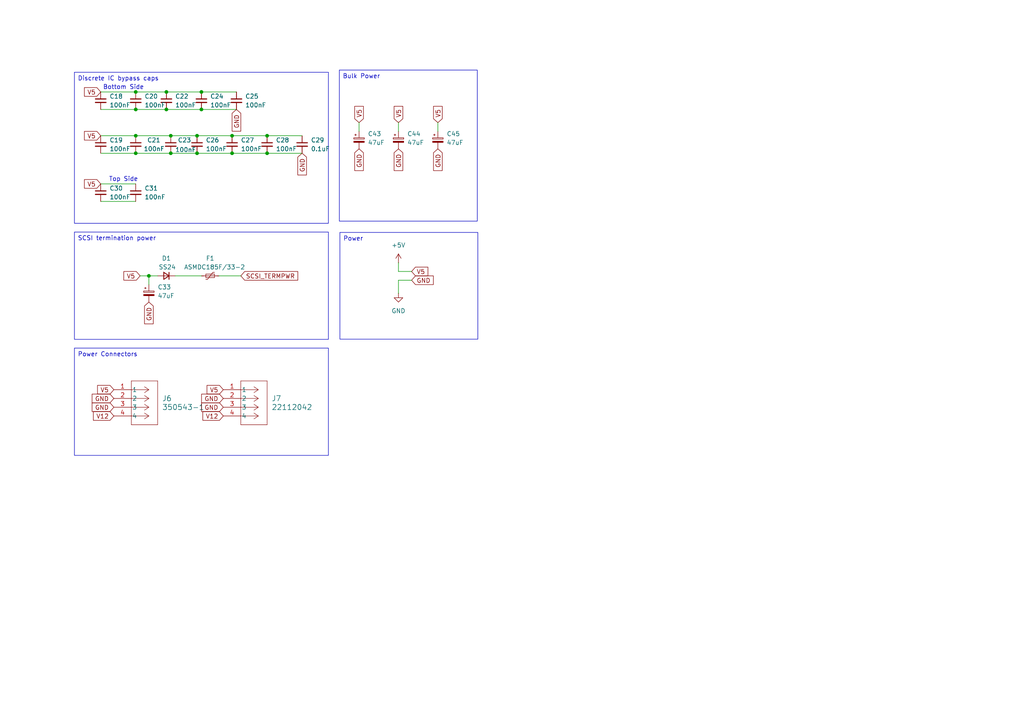
<source format=kicad_sch>
(kicad_sch (version 20250114) (generator "eeschema") (generator_version "9.0")
  (paper "A4")
  (lib_symbols
    (symbol "22112042:22112042" (pin_names (offset 0.254))
      (property "Reference" "J" (at 8.89 6.35 0))
      (property "Value" "22112042" (at 0 0 0))
      (symbol "22112042_1_1"
        (polyline (pts (xy 5.08 2.54) (xy 5.08 -10.16)) (stroke (width 0.127)))
        (polyline (pts (xy 5.08 -10.16) (xy 12.7 -10.16)) (stroke (width 0.127)))
        (polyline (pts (xy 10.16 0) (xy 5.08 0)) (stroke (width 0.127)))
        (polyline (pts (xy 10.16 0) (xy 8.89 0.8467)) (stroke (width 0.127)))
        (polyline (pts (xy 10.16 0) (xy 8.89 -0.8467)) (stroke (width 0.127)))
        (polyline (pts (xy 10.16 -2.54) (xy 5.08 -2.54)) (stroke (width 0.127)))
        (polyline (pts (xy 10.16 -2.54) (xy 8.89 -1.6933)) (stroke (width 0.127)))
        (polyline (pts (xy 10.16 -2.54) (xy 8.89 -3.3867)) (stroke (width 0.127)))
        (polyline (pts (xy 10.16 -5.08) (xy 5.08 -5.08)) (stroke (width 0.127)))
        (polyline (pts (xy 10.16 -5.08) (xy 8.89 -4.2333)) (stroke (width 0.127)))
        (polyline (pts (xy 10.16 -5.08) (xy 8.89 -5.9267)) (stroke (width 0.127)))
        (polyline (pts (xy 10.16 -7.62) (xy 5.08 -7.62)) (stroke (width 0.127)))
        (polyline (pts (xy 10.16 -7.62) (xy 8.89 -6.7733)) (stroke (width 0.127)))
        (polyline (pts (xy 10.16 -7.62) (xy 8.89 -8.4667)) (stroke (width 0.127)))
        (polyline (pts (xy 12.7 2.54) (xy 5.08 2.54)) (stroke (width 0.127)))
        (polyline (pts (xy 12.7 -10.16) (xy 12.7 2.54)) (stroke (width 0.127)))
        (pin unspecified line (at 0 0 0) (length 5.08) (name "1") (number "1"))
        (pin unspecified line (at 0 -2.54 0) (length 5.08) (name "2") (number "2"))
        (pin unspecified line (at 0 -5.08 0) (length 5.08) (name "3") (number "3"))
        (pin unspecified line (at 0 -7.62 0) (length 5.08) (name "4") (number "4"))
      )
      (symbol "22112042_1_2"
        (polyline (pts (xy 5.08 2.54) (xy 5.08 -10.16)) (stroke (width 0.127)))
        (polyline (pts (xy 5.08 -10.16) (xy 12.7 -10.16)) (stroke (width 0.127)))
        (polyline (pts (xy 7.62 0) (xy 5.08 0)) (stroke (width 0.127)))
        (polyline (pts (xy 7.62 0) (xy 8.89 0.8467)) (stroke (width 0.127)))
        (polyline (pts (xy 7.62 0) (xy 8.89 -0.8467)) (stroke (width 0.127)))
        (polyline (pts (xy 7.62 -2.54) (xy 5.08 -2.54)) (stroke (width 0.127)))
        (polyline (pts (xy 7.62 -2.54) (xy 8.89 -1.6933)) (stroke (width 0.127)))
        (polyline (pts (xy 7.62 -2.54) (xy 8.89 -3.3867)) (stroke (width 0.127)))
        (polyline (pts (xy 7.62 -5.08) (xy 5.08 -5.08)) (stroke (width 0.127)))
        (polyline (pts (xy 7.62 -5.08) (xy 8.89 -4.2333)) (stroke (width 0.127)))
        (polyline (pts (xy 7.62 -5.08) (xy 8.89 -5.9267)) (stroke (width 0.127)))
        (polyline (pts (xy 7.62 -7.62) (xy 5.08 -7.62)) (stroke (width 0.127)))
        (polyline (pts (xy 7.62 -7.62) (xy 8.89 -6.7733)) (stroke (width 0.127)))
        (polyline (pts (xy 7.62 -7.62) (xy 8.89 -8.4667)) (stroke (width 0.127)))
        (polyline (pts (xy 12.7 2.54) (xy 5.08 2.54)) (stroke (width 0.127)))
        (polyline (pts (xy 12.7 -10.16) (xy 12.7 2.54)) (stroke (width 0.127)))
        (pin unspecified line (at 0 0 0) (length 5.08) (name "1") (number "1"))
        (pin unspecified line (at 0 -2.54 0) (length 5.08) (name "2") (number "2"))
        (pin unspecified line (at 0 -5.08 0) (length 5.08) (name "3") (number "3"))
        (pin unspecified line (at 0 -7.62 0) (length 5.08) (name "4") (number "4"))
      )
    )
    (symbol "350543_1:350543-1" (pin_names (offset 0.254))
      (property "Reference" "J" (at 8.89 6.35 0))
      (property "Value" "350543-1" (at 0 0 0))
      (symbol "350543-1_1_1"
        (polyline (pts (xy 5.08 2.54) (xy 5.08 -10.16)) (stroke (width 0.127)))
        (polyline (pts (xy 5.08 -10.16) (xy 12.7 -10.16)) (stroke (width 0.127)))
        (polyline (pts (xy 10.16 0) (xy 5.08 0)) (stroke (width 0.127)))
        (polyline (pts (xy 10.16 0) (xy 8.89 0.8467)) (stroke (width 0.127)))
        (polyline (pts (xy 10.16 0) (xy 8.89 -0.8467)) (stroke (width 0.127)))
        (polyline (pts (xy 10.16 -2.54) (xy 5.08 -2.54)) (stroke (width 0.127)))
        (polyline (pts (xy 10.16 -2.54) (xy 8.89 -1.6933)) (stroke (width 0.127)))
        (polyline (pts (xy 10.16 -2.54) (xy 8.89 -3.3867)) (stroke (width 0.127)))
        (polyline (pts (xy 10.16 -5.08) (xy 5.08 -5.08)) (stroke (width 0.127)))
        (polyline (pts (xy 10.16 -5.08) (xy 8.89 -4.2333)) (stroke (width 0.127)))
        (polyline (pts (xy 10.16 -5.08) (xy 8.89 -5.9267)) (stroke (width 0.127)))
        (polyline (pts (xy 10.16 -7.62) (xy 5.08 -7.62)) (stroke (width 0.127)))
        (polyline (pts (xy 10.16 -7.62) (xy 8.89 -6.7733)) (stroke (width 0.127)))
        (polyline (pts (xy 10.16 -7.62) (xy 8.89 -8.4667)) (stroke (width 0.127)))
        (polyline (pts (xy 12.7 2.54) (xy 5.08 2.54)) (stroke (width 0.127)))
        (polyline (pts (xy 12.7 -10.16) (xy 12.7 2.54)) (stroke (width 0.127)))
        (pin unspecified line (at 0 0 0) (length 5.08) (name "1") (number "1"))
        (pin unspecified line (at 0 -2.54 0) (length 5.08) (name "2") (number "2"))
        (pin unspecified line (at 0 -5.08 0) (length 5.08) (name "3") (number "3"))
        (pin unspecified line (at 0 -7.62 0) (length 5.08) (name "4") (number "4"))
      )
      (symbol "350543-1_1_2"
        (polyline (pts (xy 5.08 2.54) (xy 5.08 -10.16)) (stroke (width 0.127)))
        (polyline (pts (xy 5.08 -10.16) (xy 12.7 -10.16)) (stroke (width 0.127)))
        (polyline (pts (xy 7.62 0) (xy 5.08 0)) (stroke (width 0.127)))
        (polyline (pts (xy 7.62 0) (xy 8.89 0.8467)) (stroke (width 0.127)))
        (polyline (pts (xy 7.62 0) (xy 8.89 -0.8467)) (stroke (width 0.127)))
        (polyline (pts (xy 7.62 -2.54) (xy 5.08 -2.54)) (stroke (width 0.127)))
        (polyline (pts (xy 7.62 -2.54) (xy 8.89 -1.6933)) (stroke (width 0.127)))
        (polyline (pts (xy 7.62 -2.54) (xy 8.89 -3.3867)) (stroke (width 0.127)))
        (polyline (pts (xy 7.62 -5.08) (xy 5.08 -5.08)) (stroke (width 0.127)))
        (polyline (pts (xy 7.62 -5.08) (xy 8.89 -4.2333)) (stroke (width 0.127)))
        (polyline (pts (xy 7.62 -5.08) (xy 8.89 -5.9267)) (stroke (width 0.127)))
        (polyline (pts (xy 7.62 -7.62) (xy 5.08 -7.62)) (stroke (width 0.127)))
        (polyline (pts (xy 7.62 -7.62) (xy 8.89 -6.7733)) (stroke (width 0.127)))
        (polyline (pts (xy 7.62 -7.62) (xy 8.89 -8.4667)) (stroke (width 0.127)))
        (polyline (pts (xy 12.7 2.54) (xy 5.08 2.54)) (stroke (width 0.127)))
        (polyline (pts (xy 12.7 -10.16) (xy 12.7 2.54)) (stroke (width 0.127)))
        (pin unspecified line (at 0 0 0) (length 5.08) (name "1") (number "1"))
        (pin unspecified line (at 0 -2.54 0) (length 5.08) (name "2") (number "2"))
        (pin unspecified line (at 0 -5.08 0) (length 5.08) (name "3") (number "3"))
        (pin unspecified line (at 0 -7.62 0) (length 5.08) (name "4") (number "4"))
      )
    )
    (symbol "Device:C_Polarized_Small" (pin_numbers (hide yes)) (pin_names (offset 0.254) (hide yes))
      (property "Reference" "C" (at 0.254 1.778 0))
      (property "Value" "C_Polarized_Small" (at 0.254 -2.032 0))
      (symbol "C_Polarized_Small_0_1"
        (rectangle (start -1.524 0.6858) (end 1.524 0.3048))
        (rectangle (start -1.524 -0.3048) (end 1.524 -0.6858) (fill (type outline)))
        (polyline (pts (xy -1.27 1.524) (xy -0.762 1.524)))
        (polyline (pts (xy -1.016 1.27) (xy -1.016 1.778)))
      )
      (symbol "C_Polarized_Small_1_1"
        (pin passive line (at 0 2.54 270) (length 1.8542) (name "~") (number "1"))
        (pin passive line (at 0 -2.54 90) (length 1.8542) (name "~") (number "2"))
      )
    )
    (symbol "Device:C_Small" (pin_numbers (hide yes)) (pin_names (offset 0.254) (hide yes))
      (property "Reference" "C" (at 0.254 1.778 0))
      (property "Value" "C_Small" (at 0.254 -2.032 0))
      (symbol "C_Small_0_1"
        (polyline (pts (xy -1.524 0.508) (xy 1.524 0.508)) (stroke (width 0.3048)))
        (polyline (pts (xy -1.524 -0.508) (xy 1.524 -0.508)) (stroke (width 0.3302)))
      )
      (symbol "C_Small_1_1"
        (pin passive line (at 0 2.54 270) (length 2.032) (name "~") (number "1"))
        (pin passive line (at 0 -2.54 90) (length 2.032) (name "~") (number "2"))
      )
    )
    (symbol "Device:D_Small" (pin_numbers (hide yes)) (pin_names (offset 0.254) (hide yes))
      (property "Reference" "D" (at -1.27 2.032 0))
      (property "Value" "D_Small" (at -3.81 -2.032 0))
      (symbol "D_Small_0_1"
        (polyline (pts (xy -0.762 0) (xy 0.762 0)))
        (polyline (pts (xy -0.762 -1.016) (xy -0.762 1.016)) (stroke (width 0.254)))
        (polyline (pts (xy 0.762 -1.016) (xy -0.762 0) (xy 0.762 1.016) (xy 0.762 -1.016)) (stroke (width 0.254)))
      )
      (symbol "D_Small_1_1"
        (pin passive line (at -2.54 0 0) (length 1.778) (name "K") (number "1"))
        (pin passive line (at 2.54 0 180) (length 1.778) (name "A") (number "2"))
      )
    )
    (symbol "Device:Polyfuse_Small" (pin_numbers (hide yes)) (pin_names (offset 0))
      (property "Reference" "F" (at -1.905 0 90))
      (property "Value" "Polyfuse_Small" (at 1.905 0 90))
      (symbol "Polyfuse_Small_0_1"
        (polyline (pts (xy -1.016 1.27) (xy -1.016 0.762) (xy 1.016 -0.762) (xy 1.016 -1.27)))
        (rectangle (start -0.508 1.27) (end 0.508 -1.27))
        (polyline (pts (xy 0 2.54) (xy 0 -2.54)))
      )
      (symbol "Polyfuse_Small_1_1"
        (pin passive line (at 0 2.54 270) (length 0.635) (name "~") (number "1"))
        (pin passive line (at 0 -2.54 90) (length 0.635) (name "~") (number "2"))
      )
    )
    (symbol "power:+5V" (power) (pin_numbers (hide yes)) (pin_names (offset 0) (hide yes))
      (property "Value" "+5V" (at 0 3.556 0))
      (symbol "+5V_0_1"
        (polyline (pts (xy -0.762 1.27) (xy 0 2.54)))
        (polyline (pts (xy 0 2.54) (xy 0.762 1.27)))
        (polyline (pts (xy 0 0) (xy 0 2.54)))
      )
      (symbol "+5V_1_1"
        (pin power_in line (at 0 0 90) (length 0) (name "~") (number "1"))
      )
    )
    (symbol "power:GND" (power) (pin_numbers (hide yes)) (pin_names (offset 0) (hide yes))
      (property "Value" "GND" (at 0 -3.81 0))
      (symbol "GND_0_1"
        (polyline (pts (xy 0 0) (xy 0 -1.27) (xy 1.27 -1.27) (xy 0 -2.54) (xy -1.27 -1.27) (xy 0 -1.27)))
      )
      (symbol "GND_1_1"
        (pin power_in line (at 0 0 270) (length 0) (name "~") (number "1"))
      )
    )
  )
  (text "Bottom Side\n" (at 35.814 25.4 0) (effects (font (size 1.27 1.27))))
  (text "Top Side\n" (at 35.814 52.07 0) (effects (font (size 1.27 1.27))))
  (text_box "SCSI termination power\n" (at 21.59 67.31 0) (size 73.66 31.115) (margins 0.9525 0.9525 0.9525 0.9525) (effects (font (size 1.27 1.27)) (justify left top)))
  (text_box "Power Connectors\n" (at 21.59 100.965 0) (size 73.66 31.115) (margins 0.9525 0.9525 0.9525 0.9525) (effects (font (size 1.27 1.27)) (justify left top)))
  (text_box "Discrete IC bypass caps\n" (at 21.59 20.955 0) (size 73.66 43.815) (margins 0.9525 0.9525 0.9525 0.9525) (effects (font (size 1.27 1.27)) (justify left top)))
  (text_box "Bulk Power\n" (at 98.425 20.32 0) (size 40.005 43.815) (margins 0.9525 0.9525 0.9525 0.9525) (effects (font (size 1.27 1.27)) (justify left top)))
  (text_box "Power\n" (at 98.5884 67.4165 0) (size 40.005 30.9505) (margins 0.9525 0.9525 0.9525 0.9525) (effects (font (size 1.27 1.27)) (justify left top)))
  (junction (at 39.37 31.75))
  (junction (at 39.37 44.45))
  (junction (at 39.37 39.37))
  (junction (at 57.15 39.37))
  (junction (at 49.53 44.45))
  (junction (at 39.37 26.67))
  (junction (at 48.26 26.67))
  (junction (at 67.31 44.45))
  (junction (at 67.31 39.37))
  (junction (at 77.47 44.45))
  (junction (at 58.42 31.75))
  (junction (at 58.42 26.67))
  (junction (at 48.26 31.75))
  (junction (at 77.47 39.37))
  (junction (at 43.18 80.01))
  (junction (at 57.15 44.45))
  (junction (at 49.53 39.37))
  (wire (pts (xy 29.21 31.75) (xy 39.37 31.75)))
  (wire (pts (xy 48.26 31.75) (xy 58.42 31.75)))
  (wire (pts (xy 104.14 35.56) (xy 104.14 38.1)))
  (wire (pts (xy 57.15 44.45) (xy 67.31 44.45)))
  (wire (pts (xy 115.57 81.28) (xy 119.38 81.28)))
  (wire (pts (xy 39.37 44.45) (xy 49.53 44.45)))
  (wire (pts (xy 57.15 39.37) (xy 67.31 39.37)))
  (wire (pts (xy 45.72 80.01) (xy 43.18 80.01)))
  (wire (pts (xy 49.53 44.45) (xy 57.15 44.45)))
  (wire (pts (xy 29.21 58.42) (xy 39.37 58.42)))
  (wire (pts (xy 29.21 44.45) (xy 39.37 44.45)))
  (wire (pts (xy 29.21 26.67) (xy 39.37 26.67)))
  (wire (pts (xy 115.57 76.2) (xy 115.57 78.74)))
  (wire (pts (xy 67.31 44.45) (xy 77.47 44.45)))
  (wire (pts (xy 29.21 53.34) (xy 39.37 53.34)))
  (wire (pts (xy 77.47 39.37) (xy 87.63 39.37)))
  (wire (pts (xy 49.53 39.37) (xy 57.15 39.37)))
  (wire (pts (xy 48.26 26.67) (xy 58.42 26.67)))
  (wire (pts (xy 115.57 85.09) (xy 115.57 81.28)))
  (wire (pts (xy 69.85 80.01) (xy 63.5 80.01)))
  (wire (pts (xy 43.18 80.01) (xy 43.18 82.55)))
  (wire (pts (xy 115.57 35.56) (xy 115.57 38.1)))
  (wire (pts (xy 115.57 78.74) (xy 119.38 78.74)))
  (wire (pts (xy 58.42 26.67) (xy 68.58 26.67)))
  (wire (pts (xy 39.37 31.75) (xy 48.26 31.75)))
  (wire (pts (xy 77.47 44.45) (xy 87.63 44.45)))
  (wire (pts (xy 127 35.56) (xy 127 38.1)))
  (wire (pts (xy 29.21 39.37) (xy 39.37 39.37)))
  (wire (pts (xy 58.42 31.75) (xy 68.58 31.75)))
  (wire (pts (xy 67.31 39.37) (xy 77.47 39.37)))
  (wire (pts (xy 39.37 26.67) (xy 48.26 26.67)))
  (wire (pts (xy 40.64 80.01) (xy 43.18 80.01)))
  (wire (pts (xy 58.42 80.01) (xy 50.8 80.01)))
  (wire (pts (xy 39.37 39.37) (xy 49.53 39.37)))
  (global_label "V12" (shape input) (at 33.02 120.65 180) (property "Intersheetrefs" "${INTERSHEET_REFS}" (effects (hide yes))))
  (global_label "GND" (shape input) (at 115.57 43.18 270) (property "Intersheetrefs" "${INTERSHEET_REFS}" (effects (hide yes))))
  (global_label "SCSI_TERMPWR" (shape input) (at 69.85 80.01 0) (property "Intersheetrefs" "${INTERSHEET_REFS}" (effects (hide yes))))
  (global_label "V5" (shape input) (at 33.02 113.03 180) (property "Intersheetrefs" "${INTERSHEET_REFS}" (effects (hide yes))))
  (global_label "V5" (shape input) (at 115.57 35.56 90) (property "Intersheetrefs" "${INTERSHEET_REFS}" (effects (hide yes))))
  (global_label "GND" (shape input) (at 119.38 81.28 0) (property "Intersheetrefs" "${INTERSHEET_REFS}" (effects (hide yes))))
  (global_label "V5" (shape input) (at 64.77 113.03 180) (property "Intersheetrefs" "${INTERSHEET_REFS}" (effects (hide yes))))
  (global_label "GND" (shape input) (at 68.58 31.75 270) (property "Intersheetrefs" "${INTERSHEET_REFS}" (effects (hide yes))))
  (global_label "V5" (shape input) (at 29.21 39.37 180) (property "Intersheetrefs" "${INTERSHEET_REFS}" (effects (hide yes))))
  (global_label "V5" (shape input) (at 119.38 78.74 0) (property "Intersheetrefs" "${INTERSHEET_REFS}" (effects (hide yes))))
  (global_label "GND" (shape input) (at 33.02 115.57 180) (property "Intersheetrefs" "${INTERSHEET_REFS}" (effects (hide yes))))
  (global_label "GND" (shape input) (at 104.14 43.18 270) (property "Intersheetrefs" "${INTERSHEET_REFS}" (effects (hide yes))))
  (global_label "GND" (shape input) (at 33.02 118.11 180) (property "Intersheetrefs" "${INTERSHEET_REFS}" (effects (hide yes))))
  (global_label "GND" (shape input) (at 43.18 87.63 270) (property "Intersheetrefs" "${INTERSHEET_REFS}" (effects (hide yes))))
  (global_label "GND" (shape input) (at 64.77 115.57 180) (property "Intersheetrefs" "${INTERSHEET_REFS}" (effects (hide yes))))
  (global_label "GND" (shape input) (at 127 43.18 270) (property "Intersheetrefs" "${INTERSHEET_REFS}" (effects (hide yes))))
  (global_label "GND" (shape input) (at 87.63 44.45 270) (property "Intersheetrefs" "${INTERSHEET_REFS}" (effects (hide yes))))
  (global_label "V5" (shape input) (at 104.14 35.56 90) (property "Intersheetrefs" "${INTERSHEET_REFS}" (effects (hide yes))))
  (global_label "V5" (shape input) (at 40.64 80.01 180) (property "Intersheetrefs" "${INTERSHEET_REFS}" (effects (hide yes))))
  (global_label "GND" (shape input) (at 64.77 118.11 180) (property "Intersheetrefs" "${INTERSHEET_REFS}" (effects (hide yes))))
  (global_label "V5" (shape input) (at 127 35.56 90) (property "Intersheetrefs" "${INTERSHEET_REFS}" (effects (hide yes))))
  (global_label "V5" (shape input) (at 29.21 26.67 180) (property "Intersheetrefs" "${INTERSHEET_REFS}" (effects (hide yes))))
  (global_label "V12" (shape input) (at 64.77 120.65 180) (property "Intersheetrefs" "${INTERSHEET_REFS}" (effects (hide yes))))
  (global_label "V5" (shape input) (at 29.21 53.34 180) (property "Intersheetrefs" "${INTERSHEET_REFS}" (effects (hide yes))))
  (symbol (lib_id "Device:C_Small") (at 49.53 41.91 0) (unit 1)
    (property "Reference" "C23" (at 51.562 40.64 0) (effects (justify left)))
    (property "Value" "100nF" (at 50.8 43.434 0) (effects (justify left)))
    (property "Footprint" "Capacitor_SMD:C_0603_1608Metric_Pad1.08x0.95mm_HandSolder" (effects (hide yes)))
    (property "Description" "Unpolarized capacitor, small symbol" (effects (hide yes)))
  )
  (symbol (lib_id "Device:C_Small") (at 57.15 41.91 0) (unit 1)
    (property "Reference" "C26" (at 59.69 40.6462 0) (effects (justify left)))
    (property "Value" "100nF" (at 59.69 43.1862 0) (effects (justify left)))
    (property "Footprint" "Capacitor_SMD:C_0603_1608Metric_Pad1.08x0.95mm_HandSolder" (effects (hide yes)))
    (property "Description" "Unpolarized capacitor, small symbol" (effects (hide yes)))
  )
  (symbol (lib_id "Device:C_Small") (at 67.31 41.91 0) (unit 1)
    (property "Reference" "C27" (at 69.85 40.6462 0) (effects (justify left)))
    (property "Value" "100nF" (at 69.85 43.1862 0) (effects (justify left)))
    (property "Footprint" "Capacitor_SMD:C_0603_1608Metric_Pad1.08x0.95mm_HandSolder" (effects (hide yes)))
    (property "Description" "Unpolarized capacitor, small symbol" (effects (hide yes)))
  )
  (symbol (lib_id "Device:C_Small") (at 29.21 55.88 0) (unit 1)
    (property "Reference" "C30" (at 31.75 54.6162 0) (effects (justify left)))
    (property "Value" "100nF" (at 31.75 57.1562 0) (effects (justify left)))
    (property "Footprint" "Capacitor_SMD:C_0603_1608Metric_Pad1.08x0.95mm_HandSolder" (effects (hide yes)))
    (property "Description" "Unpolarized capacitor, small symbol" (effects (hide yes)))
  )
  (symbol (lib_id "Device:Polyfuse_Small") (at 60.96 80.01 90) (unit 1)
    (property "Reference" "F1" (at 60.96 74.93 90))
    (property "Value" "ASMDC185F/33-2" (at 62.23 77.47 90))
    (property "Footprint" "Fuse:Fuse_2920_7451Metric_Pad2.10x5.45mm_HandSolder" (effects (hide yes)))
    (property "Description" "Resettable fuse, polymeric positive temperature coefficient, small symbol" (effects (hide yes)))
  )
  (symbol (lib_id "Device:C_Small") (at 29.21 29.21 0) (unit 1)
    (property "Reference" "C18" (at 31.75 27.9462 0) (effects (justify left)))
    (property "Value" "100nF" (at 31.75 30.4862 0) (effects (justify left)))
    (property "Footprint" "Capacitor_SMD:C_0603_1608Metric_Pad1.08x0.95mm_HandSolder" (effects (hide yes)))
    (property "Description" "Unpolarized capacitor, small symbol" (effects (hide yes)))
  )
  (symbol (lib_id "Device:C_Small") (at 39.37 41.91 0) (unit 1)
    (property "Reference" "C21" (at 42.672 40.64 0) (effects (justify left)))
    (property "Value" "100nF" (at 41.656 43.18 0) (effects (justify left)))
    (property "Footprint" "Capacitor_SMD:C_0603_1608Metric_Pad1.08x0.95mm_HandSolder" (effects (hide yes)))
    (property "Description" "Unpolarized capacitor, small symbol" (effects (hide yes)))
  )
  (symbol (lib_id "350543_1:350543-1") (at 33.02 113.03 0) (unit 1)
    (property "Reference" "J6" (at 46.99 115.5699 0) (effects (font (size 1.524 1.524)) (justify left)))
    (property "Value" "350543-1" (at 46.99 118.1099 0) (effects (font (size 1.524 1.524)) (justify left)))
    (property "Footprint" "350543_1:CONN_350543-1_TYC" (effects (hide yes)))
    (property "Datasheet" "350543-1" (effects (hide yes)))
  )
  (symbol (lib_id "Device:C_Polarized_Small") (at 104.14 40.64 0) (unit 1)
    (property "Reference" "C43" (at 106.68 38.8238 0) (effects (justify left)))
    (property "Value" "47uF" (at 106.68 41.3638 0) (effects (justify left)))
    (property "Footprint" "Capacitor_SMD:CP_Elec_6.3x7.7" (effects (hide yes)))
    (property "Description" "Polarized capacitor, small symbol" (effects (hide yes)))
  )
  (symbol (lib_id "Device:C_Small") (at 39.37 29.21 0) (unit 1)
    (property "Reference" "C20" (at 41.91 27.9462 0) (effects (justify left)))
    (property "Value" "100nF" (at 41.91 30.4862 0) (effects (justify left)))
    (property "Footprint" "Capacitor_SMD:C_0603_1608Metric_Pad1.08x0.95mm_HandSolder" (effects (hide yes)))
    (property "Description" "Unpolarized capacitor, small symbol" (effects (hide yes)))
  )
  (symbol (lib_id "Device:C_Small") (at 58.42 29.21 0) (unit 1)
    (property "Reference" "C24" (at 60.96 27.9462 0) (effects (justify left)))
    (property "Value" "100nF" (at 60.96 30.4862 0) (effects (justify left)))
    (property "Footprint" "Capacitor_SMD:C_0603_1608Metric_Pad1.08x0.95mm_HandSolder" (effects (hide yes)))
    (property "Description" "Unpolarized capacitor, small symbol" (effects (hide yes)))
  )
  (symbol (lib_id "power:GND") (at 115.57 85.09 0) (unit 1)
    (property "Reference" "#PWR03" (effects (hide yes)))
    (property "Value" "GND" (at 115.57 90.17 0))
    (property "Description" "Power symbol creates a global label with name \"GND\" , ground" (effects (hide yes)))
  )
  (symbol (lib_id "Device:C_Small") (at 87.63 41.91 0) (unit 1)
    (property "Reference" "C29" (at 90.17 40.6462 0) (effects (justify left)))
    (property "Value" "0.1uF" (at 90.17 43.1862 0) (effects (justify left)))
    (property "Footprint" "Capacitor_SMD:C_0603_1608Metric_Pad1.08x0.95mm_HandSolder" (effects (hide yes)))
    (property "Description" "Unpolarized capacitor, small symbol" (effects (hide yes)))
  )
  (symbol (lib_id "Device:C_Small") (at 39.37 55.88 0) (unit 1)
    (property "Reference" "C31" (at 41.91 54.6162 0) (effects (justify left)))
    (property "Value" "100nF" (at 41.91 57.1562 0) (effects (justify left)))
    (property "Footprint" "Capacitor_SMD:C_0603_1608Metric_Pad1.08x0.95mm_HandSolder" (effects (hide yes)))
    (property "Description" "Unpolarized capacitor, small symbol" (effects (hide yes)))
  )
  (symbol (lib_id "power:+5V") (at 115.57 76.2 0) (unit 1)
    (property "Reference" "#PWR02" (effects (hide yes)))
    (property "Value" "+5V" (at 115.57 71.12 0))
    (property "Description" "Power symbol creates a global label with name \"+5V\"" (effects (hide yes)))
  )
  (symbol (lib_id "Device:C_Polarized_Small") (at 115.57 40.64 0) (unit 1)
    (property "Reference" "C44" (at 118.11 38.8238 0) (effects (justify left)))
    (property "Value" "47uF" (at 118.11 41.3638 0) (effects (justify left)))
    (property "Footprint" "Capacitor_SMD:CP_Elec_6.3x7.7" (effects (hide yes)))
    (property "Description" "Polarized capacitor, small symbol" (effects (hide yes)))
  )
  (symbol (lib_id "Device:C_Small") (at 68.58 29.21 0) (unit 1)
    (property "Reference" "C25" (at 71.12 27.9462 0) (effects (justify left)))
    (property "Value" "100nF" (at 71.12 30.4862 0) (effects (justify left)))
    (property "Footprint" "Capacitor_SMD:C_0603_1608Metric_Pad1.08x0.95mm_HandSolder" (effects (hide yes)))
    (property "Description" "Unpolarized capacitor, small symbol" (effects (hide yes)))
  )
  (symbol (lib_id "Device:C_Small") (at 29.21 41.91 0) (unit 1)
    (property "Reference" "C19" (at 31.75 40.6462 0) (effects (justify left)))
    (property "Value" "100nF" (at 31.75 43.1862 0) (effects (justify left)))
    (property "Footprint" "Capacitor_SMD:C_0603_1608Metric_Pad1.08x0.95mm_HandSolder" (effects (hide yes)))
    (property "Description" "Unpolarized capacitor, small symbol" (effects (hide yes)))
  )
  (symbol (lib_id "Device:C_Small") (at 77.47 41.91 0) (unit 1)
    (property "Reference" "C28" (at 80.01 40.6462 0) (effects (justify left)))
    (property "Value" "100nF" (at 80.01 43.1862 0) (effects (justify left)))
    (property "Footprint" "Capacitor_SMD:C_0603_1608Metric_Pad1.08x0.95mm_HandSolder" (effects (hide yes)))
    (property "Description" "Unpolarized capacitor, small symbol" (effects (hide yes)))
  )
  (symbol (lib_id "22112042:22112042") (at 64.77 113.03 0) (unit 1)
    (property "Reference" "J7" (at 78.74 115.5699 0) (effects (font (size 1.524 1.524)) (justify left)))
    (property "Value" "22112042" (at 78.74 118.1099 0) (effects (font (size 1.524 1.524)) (justify left)))
    (property "Footprint" "22112042:CONN_A-6373-04A_MOL" (effects (hide yes)))
    (property "Datasheet" "22112042" (effects (hide yes)))
  )
  (symbol (lib_id "Device:C_Small") (at 48.26 29.21 0) (unit 1)
    (property "Reference" "C22" (at 50.8 27.9462 0) (effects (justify left)))
    (property "Value" "100nF" (at 50.8 30.4862 0) (effects (justify left)))
    (property "Footprint" "Capacitor_SMD:C_0603_1608Metric_Pad1.08x0.95mm_HandSolder" (effects (hide yes)))
    (property "Description" "Unpolarized capacitor, small symbol" (effects (hide yes)))
  )
  (symbol (lib_id "Device:C_Polarized_Small") (at 127 40.64 0) (unit 1)
    (property "Reference" "C45" (at 129.54 38.8238 0) (effects (justify left)))
    (property "Value" "47uF" (at 129.54 41.3638 0) (effects (justify left)))
    (property "Footprint" "Capacitor_SMD:CP_Elec_6.3x7.7" (effects (hide yes)))
    (property "Description" "Polarized capacitor, small symbol" (effects (hide yes)))
  )
  (symbol (lib_id "Device:D_Small") (at 48.26 80.01 180) (unit 1)
    (property "Reference" "D1" (at 48.26 74.93 0))
    (property "Value" "SS24" (at 48.514 77.47 0))
    (property "Footprint" "Diode_SMD:D_SMA_Handsoldering" (effects (hide yes)))
    (property "Datasheet" "https://www.onsemi.com/pdf/datasheet/mbr140sft1-d.pdf" (effects (hide yes)))
    (property "Description" "Diode, small symbol" (effects (hide yes)))
    (property "Sim.Device" "D" (effects (hide yes)))
    (property "Sim.Pins" "1=K 2=A" (effects (hide yes)))
  )
  (symbol (lib_id "Device:C_Polarized_Small") (at 43.18 85.09 0) (unit 1)
    (property "Reference" "C33" (at 45.72 83.2738 0) (effects (justify left)))
    (property "Value" "47uF" (at 45.72 85.8138 0) (effects (justify left)))
    (property "Footprint" "Capacitor_SMD:CP_Elec_6.3x7.7" (effects (hide yes)))
    (property "Description" "Polarized capacitor, small symbol" (effects (hide yes)))
  )
)
</source>
